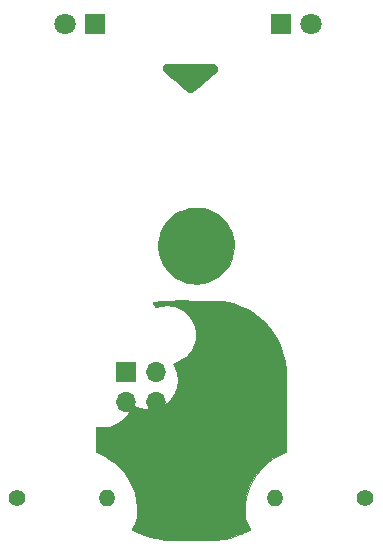
<source format=gbr>
G04 #@! TF.FileFunction,Copper,L1,Top,Signal*
%FSLAX46Y46*%
G04 Gerber Fmt 4.6, Leading zero omitted, Abs format (unit mm)*
G04 Created by KiCad (PCBNEW 4.0.7) date Friday, August 17, 2018 'PMt' 06:16:06 PM*
%MOMM*%
%LPD*%
G01*
G04 APERTURE LIST*
%ADD10C,0.100000*%
%ADD11C,0.010000*%
%ADD12R,1.800000X1.800000*%
%ADD13C,1.800000*%
%ADD14C,1.400000*%
%ADD15O,1.400000X1.400000*%
%ADD16R,1.700000X1.700000*%
%ADD17O,1.700000X1.700000*%
G04 APERTURE END LIST*
D10*
D11*
G36*
X149089186Y-84212689D02*
X149413917Y-84212903D01*
X149694586Y-84213354D01*
X149934591Y-84214113D01*
X150137324Y-84215249D01*
X150306183Y-84216834D01*
X150444561Y-84218938D01*
X150555855Y-84221631D01*
X150643458Y-84224985D01*
X150710767Y-84229071D01*
X150761175Y-84233957D01*
X150798079Y-84239717D01*
X150824873Y-84246419D01*
X150844953Y-84254135D01*
X150850929Y-84257040D01*
X150952827Y-84334066D01*
X151021027Y-84437417D01*
X151051509Y-84555107D01*
X151040253Y-84675147D01*
X151013170Y-84740847D01*
X150984819Y-84773647D01*
X150921799Y-84835021D01*
X150828614Y-84921120D01*
X150709768Y-85028092D01*
X150569764Y-85152087D01*
X150413106Y-85289256D01*
X150244298Y-85435748D01*
X150067842Y-85587712D01*
X149888243Y-85741300D01*
X149710005Y-85892660D01*
X149537630Y-86037942D01*
X149375623Y-86173296D01*
X149228487Y-86294872D01*
X149100726Y-86398820D01*
X148996844Y-86481290D01*
X148921344Y-86538430D01*
X148878729Y-86566392D01*
X148876726Y-86567318D01*
X148756568Y-86598634D01*
X148645481Y-86589362D01*
X148598416Y-86569813D01*
X148568989Y-86547836D01*
X148504645Y-86496027D01*
X148409165Y-86417543D01*
X148286329Y-86315540D01*
X148139919Y-86193172D01*
X147973718Y-86053596D01*
X147791505Y-85899967D01*
X147597063Y-85735442D01*
X147500644Y-85653652D01*
X147266508Y-85454692D01*
X147068257Y-85285515D01*
X146902909Y-85143111D01*
X146767485Y-85024470D01*
X146659005Y-84926582D01*
X146574487Y-84846439D01*
X146510952Y-84781029D01*
X146465419Y-84727344D01*
X146434907Y-84682374D01*
X146416437Y-84643108D01*
X146407028Y-84606538D01*
X146403699Y-84569654D01*
X146403382Y-84545598D01*
X146424679Y-84455163D01*
X146480559Y-84361473D01*
X146559361Y-84282423D01*
X146587388Y-84263219D01*
X146603579Y-84254072D01*
X146622401Y-84246101D01*
X146647262Y-84239225D01*
X146681568Y-84233363D01*
X146728726Y-84228433D01*
X146792142Y-84224355D01*
X146875224Y-84221048D01*
X146981378Y-84218432D01*
X147114011Y-84216424D01*
X147276529Y-84214945D01*
X147472340Y-84213913D01*
X147704849Y-84213248D01*
X147977464Y-84212868D01*
X148293591Y-84212693D01*
X148656637Y-84212642D01*
X148717000Y-84212640D01*
X149089186Y-84212689D01*
X149089186Y-84212689D01*
G37*
X149089186Y-84212689D02*
X149413917Y-84212903D01*
X149694586Y-84213354D01*
X149934591Y-84214113D01*
X150137324Y-84215249D01*
X150306183Y-84216834D01*
X150444561Y-84218938D01*
X150555855Y-84221631D01*
X150643458Y-84224985D01*
X150710767Y-84229071D01*
X150761175Y-84233957D01*
X150798079Y-84239717D01*
X150824873Y-84246419D01*
X150844953Y-84254135D01*
X150850929Y-84257040D01*
X150952827Y-84334066D01*
X151021027Y-84437417D01*
X151051509Y-84555107D01*
X151040253Y-84675147D01*
X151013170Y-84740847D01*
X150984819Y-84773647D01*
X150921799Y-84835021D01*
X150828614Y-84921120D01*
X150709768Y-85028092D01*
X150569764Y-85152087D01*
X150413106Y-85289256D01*
X150244298Y-85435748D01*
X150067842Y-85587712D01*
X149888243Y-85741300D01*
X149710005Y-85892660D01*
X149537630Y-86037942D01*
X149375623Y-86173296D01*
X149228487Y-86294872D01*
X149100726Y-86398820D01*
X148996844Y-86481290D01*
X148921344Y-86538430D01*
X148878729Y-86566392D01*
X148876726Y-86567318D01*
X148756568Y-86598634D01*
X148645481Y-86589362D01*
X148598416Y-86569813D01*
X148568989Y-86547836D01*
X148504645Y-86496027D01*
X148409165Y-86417543D01*
X148286329Y-86315540D01*
X148139919Y-86193172D01*
X147973718Y-86053596D01*
X147791505Y-85899967D01*
X147597063Y-85735442D01*
X147500644Y-85653652D01*
X147266508Y-85454692D01*
X147068257Y-85285515D01*
X146902909Y-85143111D01*
X146767485Y-85024470D01*
X146659005Y-84926582D01*
X146574487Y-84846439D01*
X146510952Y-84781029D01*
X146465419Y-84727344D01*
X146434907Y-84682374D01*
X146416437Y-84643108D01*
X146407028Y-84606538D01*
X146403699Y-84569654D01*
X146403382Y-84545598D01*
X146424679Y-84455163D01*
X146480559Y-84361473D01*
X146559361Y-84282423D01*
X146587388Y-84263219D01*
X146603579Y-84254072D01*
X146622401Y-84246101D01*
X146647262Y-84239225D01*
X146681568Y-84233363D01*
X146728726Y-84228433D01*
X146792142Y-84224355D01*
X146875224Y-84221048D01*
X146981378Y-84218432D01*
X147114011Y-84216424D01*
X147276529Y-84214945D01*
X147472340Y-84213913D01*
X147704849Y-84213248D01*
X147977464Y-84212868D01*
X148293591Y-84212693D01*
X148656637Y-84212642D01*
X148717000Y-84212640D01*
X149089186Y-84212689D01*
G36*
X148374954Y-104223270D02*
X148826950Y-104224598D01*
X148970937Y-104225158D01*
X149360604Y-104226785D01*
X149703016Y-104228342D01*
X150001768Y-104229918D01*
X150260457Y-104231604D01*
X150482677Y-104233491D01*
X150672024Y-104235669D01*
X150832094Y-104238228D01*
X150966483Y-104241260D01*
X151078785Y-104244854D01*
X151172596Y-104249102D01*
X151251513Y-104254093D01*
X151319130Y-104259918D01*
X151379042Y-104266668D01*
X151434847Y-104274433D01*
X151490138Y-104283304D01*
X151526192Y-104289478D01*
X151952079Y-104373814D01*
X152342581Y-104474172D01*
X152711851Y-104595083D01*
X153074037Y-104741077D01*
X153369535Y-104879641D01*
X153862865Y-105149740D01*
X154317790Y-105452045D01*
X154736672Y-105788369D01*
X155121874Y-106160525D01*
X155308490Y-106367458D01*
X155663221Y-106815183D01*
X155971164Y-107280581D01*
X156233296Y-107765803D01*
X156450593Y-108272999D01*
X156624035Y-108804317D01*
X156754597Y-109361907D01*
X156805433Y-109660050D01*
X156811645Y-109704934D01*
X156817273Y-109754537D01*
X156822355Y-109811536D01*
X156826928Y-109878613D01*
X156831029Y-109958446D01*
X156834695Y-110053714D01*
X156837964Y-110167099D01*
X156840873Y-110301278D01*
X156843459Y-110458932D01*
X156845759Y-110642740D01*
X156847811Y-110855381D01*
X156849652Y-111099536D01*
X156851319Y-111377883D01*
X156852850Y-111693102D01*
X156854281Y-112047873D01*
X156855650Y-112444874D01*
X156856994Y-112886786D01*
X156858350Y-113376289D01*
X156858649Y-113489010D01*
X156867986Y-117025578D01*
X156745988Y-117071088D01*
X156620592Y-117123606D01*
X156465605Y-117197292D01*
X156293890Y-117285321D01*
X156118307Y-117380869D01*
X155951717Y-117477110D01*
X155806984Y-117567219D01*
X155790338Y-117578198D01*
X155370366Y-117886699D01*
X154985072Y-118229407D01*
X154636139Y-118603227D01*
X154325252Y-119005064D01*
X154054093Y-119431822D01*
X153824348Y-119880407D01*
X153637699Y-120347724D01*
X153495831Y-120830676D01*
X153400427Y-121326170D01*
X153353171Y-121831109D01*
X153348067Y-122067658D01*
X153349396Y-122238533D01*
X153353584Y-122370493D01*
X153361698Y-122475444D01*
X153374805Y-122565290D01*
X153393973Y-122651936D01*
X153403806Y-122689208D01*
X153466632Y-122878654D01*
X153551071Y-123075504D01*
X153648207Y-123261188D01*
X153749123Y-123417136D01*
X153760749Y-123432561D01*
X153816567Y-123511119D01*
X153839596Y-123560642D01*
X153832989Y-123588070D01*
X153831862Y-123589047D01*
X153781969Y-123621826D01*
X153695334Y-123670479D01*
X153581661Y-123730175D01*
X153450652Y-123796085D01*
X153312012Y-123863377D01*
X153175444Y-123927221D01*
X153050650Y-123982788D01*
X152988154Y-124009049D01*
X152559854Y-124168423D01*
X152138461Y-124292457D01*
X151703456Y-124386705D01*
X151429625Y-124430946D01*
X151365122Y-124439929D01*
X151302501Y-124447810D01*
X151238150Y-124454655D01*
X151168459Y-124460530D01*
X151089816Y-124465502D01*
X150998609Y-124469637D01*
X150891228Y-124473002D01*
X150764059Y-124475663D01*
X150613492Y-124477686D01*
X150435916Y-124479139D01*
X150227719Y-124480087D01*
X149985289Y-124480597D01*
X149705015Y-124480736D01*
X149383285Y-124480570D01*
X149016488Y-124480164D01*
X148772668Y-124479833D01*
X148431505Y-124479097D01*
X148102038Y-124477892D01*
X147788205Y-124476261D01*
X147493941Y-124474247D01*
X147223184Y-124471893D01*
X146979869Y-124469240D01*
X146767934Y-124466333D01*
X146591314Y-124463214D01*
X146453947Y-124459924D01*
X146359769Y-124456507D01*
X146313980Y-124453195D01*
X145797032Y-124363997D01*
X145314653Y-124246526D01*
X144857240Y-124097696D01*
X144415187Y-123914425D01*
X144021780Y-123717074D01*
X143923730Y-123663621D01*
X143843835Y-123619541D01*
X143791690Y-123590161D01*
X143776475Y-123580897D01*
X143786495Y-123558244D01*
X143819689Y-123503248D01*
X143870215Y-123425328D01*
X143906570Y-123371267D01*
X144048496Y-123129401D01*
X144155889Y-122869491D01*
X144229123Y-122588156D01*
X144268572Y-122282011D01*
X144274610Y-121947674D01*
X144247612Y-121581761D01*
X144187951Y-121180888D01*
X144163211Y-121050641D01*
X144038676Y-120552724D01*
X143867392Y-120070968D01*
X143651778Y-119608550D01*
X143394250Y-119168648D01*
X143097226Y-118754439D01*
X142763124Y-118369101D01*
X142394360Y-118015811D01*
X141993352Y-117697748D01*
X141562517Y-117418088D01*
X141284908Y-117267111D01*
X141160598Y-117205483D01*
X141040657Y-117148222D01*
X140938563Y-117101632D01*
X140867797Y-117072012D01*
X140866582Y-117071556D01*
X140745811Y-117026515D01*
X140745811Y-114892175D01*
X140803019Y-114906479D01*
X141043079Y-114949267D01*
X141308366Y-114967130D01*
X141579839Y-114960175D01*
X141838461Y-114928508D01*
X141970692Y-114899991D01*
X142310904Y-114787323D01*
X142627275Y-114631201D01*
X142916283Y-114434134D01*
X143174408Y-114198627D01*
X143398128Y-113927187D01*
X143455579Y-113842858D01*
X143544480Y-113694145D01*
X143628428Y-113531313D01*
X143701031Y-113368568D01*
X143755900Y-113220115D01*
X143784696Y-113111226D01*
X143799003Y-113050320D01*
X143812243Y-113017856D01*
X143814836Y-113016206D01*
X143841703Y-113029512D01*
X143891622Y-113062179D01*
X143900688Y-113068569D01*
X143959688Y-113104726D01*
X144047627Y-113151885D01*
X144146861Y-113200647D01*
X144160577Y-113207033D01*
X144487008Y-113330653D01*
X144822841Y-113406262D01*
X145163089Y-113434617D01*
X145502764Y-113416480D01*
X145836880Y-113352611D01*
X146160448Y-113243769D01*
X146468483Y-113090715D01*
X146755997Y-112894208D01*
X146875741Y-112793256D01*
X147082150Y-112578796D01*
X147269719Y-112326417D01*
X147431222Y-112047707D01*
X147559434Y-111754253D01*
X147601753Y-111628954D01*
X147627481Y-111541777D01*
X147646040Y-111465908D01*
X147658613Y-111390118D01*
X147666384Y-111303178D01*
X147670535Y-111193857D01*
X147672250Y-111050928D01*
X147672578Y-110956747D01*
X147669660Y-110733783D01*
X147657919Y-110548008D01*
X147634395Y-110386098D01*
X147596128Y-110234730D01*
X147540159Y-110080580D01*
X147463528Y-109910325D01*
X147420888Y-109823655D01*
X147289027Y-109560604D01*
X147468920Y-109506457D01*
X147786683Y-109384778D01*
X148087689Y-109217592D01*
X148364808Y-109009325D01*
X148540932Y-108841282D01*
X148673801Y-108695191D01*
X148778568Y-108563043D01*
X148867177Y-108427447D01*
X148951574Y-108271010D01*
X148997033Y-108177194D01*
X149125680Y-107846385D01*
X149205153Y-107505561D01*
X149235193Y-107158617D01*
X149215538Y-106809444D01*
X149145928Y-106461938D01*
X149118269Y-106368059D01*
X148999427Y-106059435D01*
X148844560Y-105778913D01*
X148648076Y-105517341D01*
X148502498Y-105360261D01*
X148243025Y-105132381D01*
X147959130Y-104946929D01*
X147646683Y-104801555D01*
X147356714Y-104708045D01*
X147246930Y-104680916D01*
X147148318Y-104662503D01*
X147045868Y-104651224D01*
X146924568Y-104645499D01*
X146769407Y-104643746D01*
X146746212Y-104643727D01*
X146586432Y-104645043D01*
X146462535Y-104650051D01*
X146359594Y-104660337D01*
X146262684Y-104677492D01*
X146156880Y-104703102D01*
X146136002Y-104708662D01*
X146027804Y-104738296D01*
X145935156Y-104764673D01*
X145871138Y-104784019D01*
X145852456Y-104790460D01*
X145824239Y-104788063D01*
X145786610Y-104756795D01*
X145734128Y-104691046D01*
X145678762Y-104611293D01*
X145611519Y-104505398D01*
X145576702Y-104435774D01*
X145573330Y-104400354D01*
X145576870Y-104396846D01*
X145616128Y-104384086D01*
X145696289Y-104366208D01*
X145807852Y-104344820D01*
X145941318Y-104321529D01*
X146087185Y-104297942D01*
X146235952Y-104275667D01*
X146378119Y-104256312D01*
X146479245Y-104244173D01*
X146556825Y-104238434D01*
X146678258Y-104233602D01*
X146844386Y-104229669D01*
X147056053Y-104226628D01*
X147314101Y-104224475D01*
X147619372Y-104223202D01*
X147972709Y-104222802D01*
X148374954Y-104223270D01*
X148374954Y-104223270D01*
G37*
X148374954Y-104223270D02*
X148826950Y-104224598D01*
X148970937Y-104225158D01*
X149360604Y-104226785D01*
X149703016Y-104228342D01*
X150001768Y-104229918D01*
X150260457Y-104231604D01*
X150482677Y-104233491D01*
X150672024Y-104235669D01*
X150832094Y-104238228D01*
X150966483Y-104241260D01*
X151078785Y-104244854D01*
X151172596Y-104249102D01*
X151251513Y-104254093D01*
X151319130Y-104259918D01*
X151379042Y-104266668D01*
X151434847Y-104274433D01*
X151490138Y-104283304D01*
X151526192Y-104289478D01*
X151952079Y-104373814D01*
X152342581Y-104474172D01*
X152711851Y-104595083D01*
X153074037Y-104741077D01*
X153369535Y-104879641D01*
X153862865Y-105149740D01*
X154317790Y-105452045D01*
X154736672Y-105788369D01*
X155121874Y-106160525D01*
X155308490Y-106367458D01*
X155663221Y-106815183D01*
X155971164Y-107280581D01*
X156233296Y-107765803D01*
X156450593Y-108272999D01*
X156624035Y-108804317D01*
X156754597Y-109361907D01*
X156805433Y-109660050D01*
X156811645Y-109704934D01*
X156817273Y-109754537D01*
X156822355Y-109811536D01*
X156826928Y-109878613D01*
X156831029Y-109958446D01*
X156834695Y-110053714D01*
X156837964Y-110167099D01*
X156840873Y-110301278D01*
X156843459Y-110458932D01*
X156845759Y-110642740D01*
X156847811Y-110855381D01*
X156849652Y-111099536D01*
X156851319Y-111377883D01*
X156852850Y-111693102D01*
X156854281Y-112047873D01*
X156855650Y-112444874D01*
X156856994Y-112886786D01*
X156858350Y-113376289D01*
X156858649Y-113489010D01*
X156867986Y-117025578D01*
X156745988Y-117071088D01*
X156620592Y-117123606D01*
X156465605Y-117197292D01*
X156293890Y-117285321D01*
X156118307Y-117380869D01*
X155951717Y-117477110D01*
X155806984Y-117567219D01*
X155790338Y-117578198D01*
X155370366Y-117886699D01*
X154985072Y-118229407D01*
X154636139Y-118603227D01*
X154325252Y-119005064D01*
X154054093Y-119431822D01*
X153824348Y-119880407D01*
X153637699Y-120347724D01*
X153495831Y-120830676D01*
X153400427Y-121326170D01*
X153353171Y-121831109D01*
X153348067Y-122067658D01*
X153349396Y-122238533D01*
X153353584Y-122370493D01*
X153361698Y-122475444D01*
X153374805Y-122565290D01*
X153393973Y-122651936D01*
X153403806Y-122689208D01*
X153466632Y-122878654D01*
X153551071Y-123075504D01*
X153648207Y-123261188D01*
X153749123Y-123417136D01*
X153760749Y-123432561D01*
X153816567Y-123511119D01*
X153839596Y-123560642D01*
X153832989Y-123588070D01*
X153831862Y-123589047D01*
X153781969Y-123621826D01*
X153695334Y-123670479D01*
X153581661Y-123730175D01*
X153450652Y-123796085D01*
X153312012Y-123863377D01*
X153175444Y-123927221D01*
X153050650Y-123982788D01*
X152988154Y-124009049D01*
X152559854Y-124168423D01*
X152138461Y-124292457D01*
X151703456Y-124386705D01*
X151429625Y-124430946D01*
X151365122Y-124439929D01*
X151302501Y-124447810D01*
X151238150Y-124454655D01*
X151168459Y-124460530D01*
X151089816Y-124465502D01*
X150998609Y-124469637D01*
X150891228Y-124473002D01*
X150764059Y-124475663D01*
X150613492Y-124477686D01*
X150435916Y-124479139D01*
X150227719Y-124480087D01*
X149985289Y-124480597D01*
X149705015Y-124480736D01*
X149383285Y-124480570D01*
X149016488Y-124480164D01*
X148772668Y-124479833D01*
X148431505Y-124479097D01*
X148102038Y-124477892D01*
X147788205Y-124476261D01*
X147493941Y-124474247D01*
X147223184Y-124471893D01*
X146979869Y-124469240D01*
X146767934Y-124466333D01*
X146591314Y-124463214D01*
X146453947Y-124459924D01*
X146359769Y-124456507D01*
X146313980Y-124453195D01*
X145797032Y-124363997D01*
X145314653Y-124246526D01*
X144857240Y-124097696D01*
X144415187Y-123914425D01*
X144021780Y-123717074D01*
X143923730Y-123663621D01*
X143843835Y-123619541D01*
X143791690Y-123590161D01*
X143776475Y-123580897D01*
X143786495Y-123558244D01*
X143819689Y-123503248D01*
X143870215Y-123425328D01*
X143906570Y-123371267D01*
X144048496Y-123129401D01*
X144155889Y-122869491D01*
X144229123Y-122588156D01*
X144268572Y-122282011D01*
X144274610Y-121947674D01*
X144247612Y-121581761D01*
X144187951Y-121180888D01*
X144163211Y-121050641D01*
X144038676Y-120552724D01*
X143867392Y-120070968D01*
X143651778Y-119608550D01*
X143394250Y-119168648D01*
X143097226Y-118754439D01*
X142763124Y-118369101D01*
X142394360Y-118015811D01*
X141993352Y-117697748D01*
X141562517Y-117418088D01*
X141284908Y-117267111D01*
X141160598Y-117205483D01*
X141040657Y-117148222D01*
X140938563Y-117101632D01*
X140867797Y-117072012D01*
X140866582Y-117071556D01*
X140745811Y-117026515D01*
X140745811Y-114892175D01*
X140803019Y-114906479D01*
X141043079Y-114949267D01*
X141308366Y-114967130D01*
X141579839Y-114960175D01*
X141838461Y-114928508D01*
X141970692Y-114899991D01*
X142310904Y-114787323D01*
X142627275Y-114631201D01*
X142916283Y-114434134D01*
X143174408Y-114198627D01*
X143398128Y-113927187D01*
X143455579Y-113842858D01*
X143544480Y-113694145D01*
X143628428Y-113531313D01*
X143701031Y-113368568D01*
X143755900Y-113220115D01*
X143784696Y-113111226D01*
X143799003Y-113050320D01*
X143812243Y-113017856D01*
X143814836Y-113016206D01*
X143841703Y-113029512D01*
X143891622Y-113062179D01*
X143900688Y-113068569D01*
X143959688Y-113104726D01*
X144047627Y-113151885D01*
X144146861Y-113200647D01*
X144160577Y-113207033D01*
X144487008Y-113330653D01*
X144822841Y-113406262D01*
X145163089Y-113434617D01*
X145502764Y-113416480D01*
X145836880Y-113352611D01*
X146160448Y-113243769D01*
X146468483Y-113090715D01*
X146755997Y-112894208D01*
X146875741Y-112793256D01*
X147082150Y-112578796D01*
X147269719Y-112326417D01*
X147431222Y-112047707D01*
X147559434Y-111754253D01*
X147601753Y-111628954D01*
X147627481Y-111541777D01*
X147646040Y-111465908D01*
X147658613Y-111390118D01*
X147666384Y-111303178D01*
X147670535Y-111193857D01*
X147672250Y-111050928D01*
X147672578Y-110956747D01*
X147669660Y-110733783D01*
X147657919Y-110548008D01*
X147634395Y-110386098D01*
X147596128Y-110234730D01*
X147540159Y-110080580D01*
X147463528Y-109910325D01*
X147420888Y-109823655D01*
X147289027Y-109560604D01*
X147468920Y-109506457D01*
X147786683Y-109384778D01*
X148087689Y-109217592D01*
X148364808Y-109009325D01*
X148540932Y-108841282D01*
X148673801Y-108695191D01*
X148778568Y-108563043D01*
X148867177Y-108427447D01*
X148951574Y-108271010D01*
X148997033Y-108177194D01*
X149125680Y-107846385D01*
X149205153Y-107505561D01*
X149235193Y-107158617D01*
X149215538Y-106809444D01*
X149145928Y-106461938D01*
X149118269Y-106368059D01*
X148999427Y-106059435D01*
X148844560Y-105778913D01*
X148648076Y-105517341D01*
X148502498Y-105360261D01*
X148243025Y-105132381D01*
X147959130Y-104946929D01*
X147646683Y-104801555D01*
X147356714Y-104708045D01*
X147246930Y-104680916D01*
X147148318Y-104662503D01*
X147045868Y-104651224D01*
X146924568Y-104645499D01*
X146769407Y-104643746D01*
X146746212Y-104643727D01*
X146586432Y-104645043D01*
X146462535Y-104650051D01*
X146359594Y-104660337D01*
X146262684Y-104677492D01*
X146156880Y-104703102D01*
X146136002Y-104708662D01*
X146027804Y-104738296D01*
X145935156Y-104764673D01*
X145871138Y-104784019D01*
X145852456Y-104790460D01*
X145824239Y-104788063D01*
X145786610Y-104756795D01*
X145734128Y-104691046D01*
X145678762Y-104611293D01*
X145611519Y-104505398D01*
X145576702Y-104435774D01*
X145573330Y-104400354D01*
X145576870Y-104396846D01*
X145616128Y-104384086D01*
X145696289Y-104366208D01*
X145807852Y-104344820D01*
X145941318Y-104321529D01*
X146087185Y-104297942D01*
X146235952Y-104275667D01*
X146378119Y-104256312D01*
X146479245Y-104244173D01*
X146556825Y-104238434D01*
X146678258Y-104233602D01*
X146844386Y-104229669D01*
X147056053Y-104226628D01*
X147314101Y-104224475D01*
X147619372Y-104223202D01*
X147972709Y-104222802D01*
X148374954Y-104223270D01*
G36*
X149828024Y-96423773D02*
X150139400Y-96494634D01*
X150292948Y-96546179D01*
X150472499Y-96621051D01*
X150663504Y-96711981D01*
X150851410Y-96811702D01*
X151021669Y-96912944D01*
X151143726Y-96996317D01*
X151300607Y-97124276D01*
X151465985Y-97278096D01*
X151627402Y-97444832D01*
X151772400Y-97611540D01*
X151888519Y-97765274D01*
X151899473Y-97781559D01*
X152104688Y-98135937D01*
X152262422Y-98506468D01*
X152372177Y-98889988D01*
X152433458Y-99283330D01*
X152445767Y-99683331D01*
X152408606Y-100086824D01*
X152323765Y-100482400D01*
X152271781Y-100637194D01*
X152196359Y-100817800D01*
X152104825Y-101009602D01*
X152004503Y-101197987D01*
X151902719Y-101368340D01*
X151818142Y-101491215D01*
X151690979Y-101645856D01*
X151538246Y-101809351D01*
X151372797Y-101969364D01*
X151207487Y-102113559D01*
X151055171Y-102229601D01*
X151032953Y-102244673D01*
X150878288Y-102338922D01*
X150698203Y-102434979D01*
X150508644Y-102525323D01*
X150325556Y-102602431D01*
X150164886Y-102658782D01*
X150139400Y-102666189D01*
X149899647Y-102721635D01*
X149639176Y-102762034D01*
X149374420Y-102785943D01*
X149121813Y-102791917D01*
X148897786Y-102778514D01*
X148882100Y-102776625D01*
X148478327Y-102701186D01*
X148093326Y-102579194D01*
X147729627Y-102411908D01*
X147389754Y-102200581D01*
X147076236Y-101946471D01*
X146935307Y-101809108D01*
X146753944Y-101609800D01*
X146603893Y-101415905D01*
X146472897Y-101209724D01*
X146348703Y-100973558D01*
X146330325Y-100935340D01*
X146183527Y-100569013D01*
X146084493Y-100190229D01*
X146033223Y-99803828D01*
X146029716Y-99414651D01*
X146073974Y-99027539D01*
X146165996Y-98647334D01*
X146305781Y-98278875D01*
X146330325Y-98226059D01*
X146454552Y-97984008D01*
X146583784Y-97774537D01*
X146730274Y-97579948D01*
X146906278Y-97382541D01*
X146935307Y-97352291D01*
X147233712Y-97079074D01*
X147557051Y-96848916D01*
X147901882Y-96662738D01*
X148264765Y-96521460D01*
X148642262Y-96426004D01*
X149030930Y-96377290D01*
X149427331Y-96376240D01*
X149828024Y-96423773D01*
X149828024Y-96423773D01*
G37*
X149828024Y-96423773D02*
X150139400Y-96494634D01*
X150292948Y-96546179D01*
X150472499Y-96621051D01*
X150663504Y-96711981D01*
X150851410Y-96811702D01*
X151021669Y-96912944D01*
X151143726Y-96996317D01*
X151300607Y-97124276D01*
X151465985Y-97278096D01*
X151627402Y-97444832D01*
X151772400Y-97611540D01*
X151888519Y-97765274D01*
X151899473Y-97781559D01*
X152104688Y-98135937D01*
X152262422Y-98506468D01*
X152372177Y-98889988D01*
X152433458Y-99283330D01*
X152445767Y-99683331D01*
X152408606Y-100086824D01*
X152323765Y-100482400D01*
X152271781Y-100637194D01*
X152196359Y-100817800D01*
X152104825Y-101009602D01*
X152004503Y-101197987D01*
X151902719Y-101368340D01*
X151818142Y-101491215D01*
X151690979Y-101645856D01*
X151538246Y-101809351D01*
X151372797Y-101969364D01*
X151207487Y-102113559D01*
X151055171Y-102229601D01*
X151032953Y-102244673D01*
X150878288Y-102338922D01*
X150698203Y-102434979D01*
X150508644Y-102525323D01*
X150325556Y-102602431D01*
X150164886Y-102658782D01*
X150139400Y-102666189D01*
X149899647Y-102721635D01*
X149639176Y-102762034D01*
X149374420Y-102785943D01*
X149121813Y-102791917D01*
X148897786Y-102778514D01*
X148882100Y-102776625D01*
X148478327Y-102701186D01*
X148093326Y-102579194D01*
X147729627Y-102411908D01*
X147389754Y-102200581D01*
X147076236Y-101946471D01*
X146935307Y-101809108D01*
X146753944Y-101609800D01*
X146603893Y-101415905D01*
X146472897Y-101209724D01*
X146348703Y-100973558D01*
X146330325Y-100935340D01*
X146183527Y-100569013D01*
X146084493Y-100190229D01*
X146033223Y-99803828D01*
X146029716Y-99414651D01*
X146073974Y-99027539D01*
X146165996Y-98647334D01*
X146305781Y-98278875D01*
X146330325Y-98226059D01*
X146454552Y-97984008D01*
X146583784Y-97774537D01*
X146730274Y-97579948D01*
X146906278Y-97382541D01*
X146935307Y-97352291D01*
X147233712Y-97079074D01*
X147557051Y-96848916D01*
X147901882Y-96662738D01*
X148264765Y-96521460D01*
X148642262Y-96426004D01*
X149030930Y-96377290D01*
X149427331Y-96376240D01*
X149828024Y-96423773D01*
D12*
X156464000Y-80772000D03*
D13*
X159004000Y-80772000D03*
D12*
X140716000Y-80772000D03*
D13*
X138176000Y-80772000D03*
D14*
X134112000Y-120904000D03*
D15*
X141732000Y-120904000D03*
D16*
X143319500Y-110299500D03*
D17*
X143319500Y-112839500D03*
X145859500Y-110299500D03*
X145859500Y-112839500D03*
D14*
X163576000Y-120904000D03*
D15*
X155956000Y-120904000D03*
M02*

</source>
